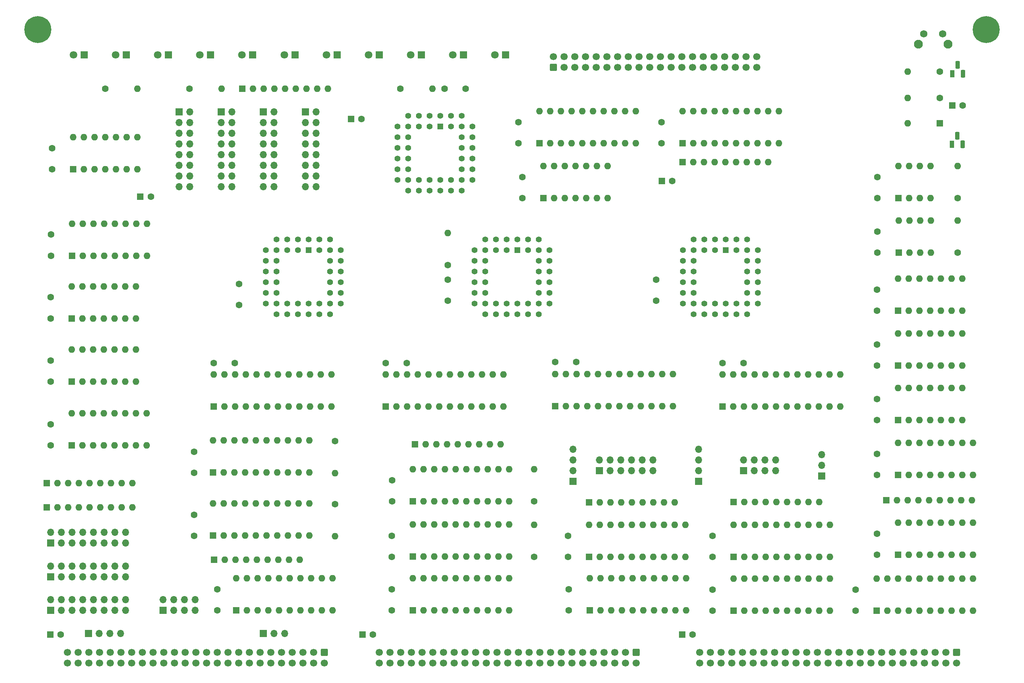
<source format=gbr>
%TF.GenerationSoftware,KiCad,Pcbnew,(6.0.11)*%
%TF.CreationDate,2023-10-28T13:41:20-04:00*%
%TF.ProjectId,processor.Z80,70726f63-6573-4736-9f72-2e5a38302e6b,rev?*%
%TF.SameCoordinates,Original*%
%TF.FileFunction,Soldermask,Top*%
%TF.FilePolarity,Negative*%
%FSLAX46Y46*%
G04 Gerber Fmt 4.6, Leading zero omitted, Abs format (unit mm)*
G04 Created by KiCad (PCBNEW (6.0.11)) date 2023-10-28 13:41:20*
%MOMM*%
%LPD*%
G01*
G04 APERTURE LIST*
G04 Aperture macros list*
%AMRoundRect*
0 Rectangle with rounded corners*
0 $1 Rounding radius*
0 $2 $3 $4 $5 $6 $7 $8 $9 X,Y pos of 4 corners*
0 Add a 4 corners polygon primitive as box body*
4,1,4,$2,$3,$4,$5,$6,$7,$8,$9,$2,$3,0*
0 Add four circle primitives for the rounded corners*
1,1,$1+$1,$2,$3*
1,1,$1+$1,$4,$5*
1,1,$1+$1,$6,$7*
1,1,$1+$1,$8,$9*
0 Add four rect primitives between the rounded corners*
20,1,$1+$1,$2,$3,$4,$5,0*
20,1,$1+$1,$4,$5,$6,$7,0*
20,1,$1+$1,$6,$7,$8,$9,0*
20,1,$1+$1,$8,$9,$2,$3,0*%
G04 Aperture macros list end*
%ADD10RoundRect,0.250000X-0.600000X0.600000X-0.600000X-0.600000X0.600000X-0.600000X0.600000X0.600000X0*%
%ADD11C,1.700000*%
%ADD12C,1.600000*%
%ADD13R,1.600000X1.600000*%
%ADD14R,1.800000X1.800000*%
%ADD15C,1.800000*%
%ADD16O,1.600000X1.600000*%
%ADD17C,6.400000*%
%ADD18R,1.700000X1.700000*%
%ADD19O,1.700000X1.700000*%
%ADD20R,1.422400X1.422400*%
%ADD21C,1.422400*%
%ADD22RoundRect,0.250000X0.600000X-0.600000X0.600000X0.600000X-0.600000X0.600000X-0.600000X-0.600000X0*%
%ADD23C,2.100000*%
%ADD24C,1.750000*%
%ADD25R,1.100000X1.800000*%
%ADD26RoundRect,0.275000X-0.275000X-0.625000X0.275000X-0.625000X0.275000X0.625000X-0.275000X0.625000X0*%
G04 APERTURE END LIST*
D10*
%TO.C,P1*%
X108000000Y-223000000D03*
D11*
X108000000Y-225540000D03*
X105460000Y-223000000D03*
X105460000Y-225540000D03*
X102920000Y-223000000D03*
X102920000Y-225540000D03*
X100380000Y-223000000D03*
X100380000Y-225540000D03*
X97840000Y-223000000D03*
X97840000Y-225540000D03*
X95300000Y-223000000D03*
X95300000Y-225540000D03*
X92760000Y-223000000D03*
X92760000Y-225540000D03*
X90220000Y-223000000D03*
X90220000Y-225540000D03*
X87680000Y-223000000D03*
X87680000Y-225540000D03*
X85140000Y-223000000D03*
X85140000Y-225540000D03*
X82600000Y-223000000D03*
X82600000Y-225540000D03*
X80060000Y-223000000D03*
X80060000Y-225540000D03*
X77520000Y-223000000D03*
X77520000Y-225540000D03*
X74980000Y-223000000D03*
X74980000Y-225540000D03*
X72440000Y-223000000D03*
X72440000Y-225540000D03*
X69900000Y-223000000D03*
X69900000Y-225540000D03*
X67360000Y-223000000D03*
X67360000Y-225540000D03*
X64820000Y-223000000D03*
X64820000Y-225540000D03*
X62280000Y-223000000D03*
X62280000Y-225540000D03*
X59740000Y-223000000D03*
X59740000Y-225540000D03*
X57200000Y-223000000D03*
X57200000Y-225540000D03*
X54660000Y-223000000D03*
X54660000Y-225540000D03*
X52120000Y-223000000D03*
X52120000Y-225540000D03*
X49580000Y-223000000D03*
X49580000Y-225540000D03*
X47040000Y-223000000D03*
X47040000Y-225540000D03*
%TD*%
D12*
%TO.C,C2*%
X124000000Y-208000000D03*
X124000000Y-213000000D03*
%TD*%
%TO.C,C3*%
X239125000Y-149800000D03*
X239125000Y-154800000D03*
%TD*%
%TO.C,C4*%
X162750000Y-154000000D03*
X167750000Y-154000000D03*
%TD*%
%TO.C,C5*%
X77075000Y-190300000D03*
X77075000Y-195300000D03*
%TD*%
%TO.C,C6*%
X42995000Y-138600000D03*
X42995000Y-143600000D03*
%TD*%
%TO.C,C8*%
X166000000Y-208000000D03*
X166000000Y-213000000D03*
%TD*%
%TO.C,C9*%
X200075000Y-195250000D03*
X200075000Y-200250000D03*
%TD*%
%TO.C,C10*%
X42995000Y-153600000D03*
X42995000Y-158600000D03*
%TD*%
%TO.C,C11*%
X43370000Y-103150000D03*
X43370000Y-108150000D03*
%TD*%
%TO.C,C14*%
X239250000Y-123000000D03*
X239250000Y-128000000D03*
%TD*%
%TO.C,C15*%
X137250000Y-134400000D03*
X137250000Y-139400000D03*
%TD*%
D13*
%TO.C,C25*%
X42929600Y-218750000D03*
D12*
X45429600Y-218750000D03*
%TD*%
D13*
%TO.C,C26*%
X64289900Y-114650000D03*
D12*
X66789900Y-114650000D03*
%TD*%
%TO.C,C17*%
X87750000Y-135390000D03*
X87750000Y-140390000D03*
%TD*%
%TO.C,C20*%
X124000000Y-195300000D03*
X124000000Y-200300000D03*
%TD*%
%TO.C,C21*%
X77075000Y-175300000D03*
X77075000Y-180300000D03*
%TD*%
%TO.C,C22*%
X165825000Y-195300000D03*
X165825000Y-200300000D03*
%TD*%
%TO.C,C23*%
X122500000Y-154250000D03*
X127500000Y-154250000D03*
%TD*%
D13*
%TO.C,C27*%
X117000000Y-218750000D03*
D12*
X119500000Y-218750000D03*
%TD*%
D13*
%TO.C,C28*%
X192884700Y-218750000D03*
D12*
X195384700Y-218750000D03*
%TD*%
D13*
%TO.C,C29*%
X188044900Y-111000000D03*
D12*
X190544900Y-111000000D03*
%TD*%
D14*
%TO.C,D4*%
X81000000Y-81000000D03*
D15*
X78460000Y-81000000D03*
%TD*%
D14*
%TO.C,D5*%
X61000000Y-81000000D03*
D15*
X58460000Y-81000000D03*
%TD*%
D14*
%TO.C,D6*%
X71000000Y-81000000D03*
D15*
X68460000Y-81000000D03*
%TD*%
D14*
%TO.C,D1*%
X91000000Y-81000000D03*
D15*
X88460000Y-81000000D03*
%TD*%
D14*
%TO.C,D2*%
X101000000Y-81000000D03*
D15*
X98460000Y-81000000D03*
%TD*%
D12*
%TO.C,R5*%
X76000000Y-89000000D03*
D16*
X83620000Y-89000000D03*
%TD*%
D12*
%TO.C,R6*%
X56000000Y-89000000D03*
D16*
X63620000Y-89000000D03*
%TD*%
D13*
%TO.C,RN2*%
X42070000Y-188500000D03*
D16*
X44610000Y-188500000D03*
X47150000Y-188500000D03*
X49690000Y-188500000D03*
X52230000Y-188500000D03*
X54770000Y-188500000D03*
X57310000Y-188500000D03*
X59850000Y-188500000D03*
X62390000Y-188500000D03*
%TD*%
D13*
%TO.C,U4*%
X47995000Y-143600000D03*
D16*
X50535000Y-143600000D03*
X53075000Y-143600000D03*
X55615000Y-143600000D03*
X58155000Y-143600000D03*
X60695000Y-143600000D03*
X63235000Y-143600000D03*
X63235000Y-135980000D03*
X60695000Y-135980000D03*
X58155000Y-135980000D03*
X55615000Y-135980000D03*
X53075000Y-135980000D03*
X50535000Y-135980000D03*
X47995000Y-135980000D03*
%TD*%
D13*
%TO.C,U5*%
X128975000Y-200200000D03*
D16*
X131515000Y-200200000D03*
X134055000Y-200200000D03*
X136595000Y-200200000D03*
X139135000Y-200200000D03*
X141675000Y-200200000D03*
X144215000Y-200200000D03*
X146755000Y-200200000D03*
X149295000Y-200200000D03*
X151835000Y-200200000D03*
X151835000Y-192580000D03*
X149295000Y-192580000D03*
X146755000Y-192580000D03*
X144215000Y-192580000D03*
X141675000Y-192580000D03*
X139135000Y-192580000D03*
X136595000Y-192580000D03*
X134055000Y-192580000D03*
X131515000Y-192580000D03*
X128975000Y-192580000D03*
%TD*%
D13*
%TO.C,U6*%
X81575000Y-195200000D03*
D16*
X84115000Y-195200000D03*
X86655000Y-195200000D03*
X89195000Y-195200000D03*
X91735000Y-195200000D03*
X94275000Y-195200000D03*
X96815000Y-195200000D03*
X99355000Y-195200000D03*
X101895000Y-195200000D03*
X104435000Y-195200000D03*
X104435000Y-187580000D03*
X101895000Y-187580000D03*
X99355000Y-187580000D03*
X96815000Y-187580000D03*
X94275000Y-187580000D03*
X91735000Y-187580000D03*
X89195000Y-187580000D03*
X86655000Y-187580000D03*
X84115000Y-187580000D03*
X81575000Y-187580000D03*
%TD*%
D13*
%TO.C,U8*%
X171000000Y-213000000D03*
D16*
X173540000Y-213000000D03*
X176080000Y-213000000D03*
X178620000Y-213000000D03*
X181160000Y-213000000D03*
X183700000Y-213000000D03*
X186240000Y-213000000D03*
X188780000Y-213000000D03*
X191320000Y-213000000D03*
X193860000Y-213000000D03*
X193860000Y-205380000D03*
X191320000Y-205380000D03*
X188780000Y-205380000D03*
X186240000Y-205380000D03*
X183700000Y-205380000D03*
X181160000Y-205380000D03*
X178620000Y-205380000D03*
X176080000Y-205380000D03*
X173540000Y-205380000D03*
X171000000Y-205380000D03*
%TD*%
D13*
%TO.C,U15*%
X47995000Y-173800000D03*
D16*
X50535000Y-173800000D03*
X53075000Y-173800000D03*
X55615000Y-173800000D03*
X58155000Y-173800000D03*
X60695000Y-173800000D03*
X63235000Y-173800000D03*
X65775000Y-173800000D03*
X65775000Y-166180000D03*
X63235000Y-166180000D03*
X60695000Y-166180000D03*
X58155000Y-166180000D03*
X55615000Y-166180000D03*
X53075000Y-166180000D03*
X50535000Y-166180000D03*
X47995000Y-166180000D03*
%TD*%
D13*
%TO.C,U1*%
X128975000Y-187050000D03*
D16*
X131515000Y-187050000D03*
X134055000Y-187050000D03*
X136595000Y-187050000D03*
X139135000Y-187050000D03*
X141675000Y-187050000D03*
X144215000Y-187050000D03*
X146755000Y-187050000D03*
X149295000Y-187050000D03*
X151835000Y-187050000D03*
X151835000Y-179430000D03*
X149295000Y-179430000D03*
X146755000Y-179430000D03*
X144215000Y-179430000D03*
X141675000Y-179430000D03*
X139135000Y-179430000D03*
X136595000Y-179430000D03*
X134055000Y-179430000D03*
X131515000Y-179430000D03*
X128975000Y-179430000D03*
%TD*%
D10*
%TO.C,P2*%
X182000000Y-223000000D03*
D11*
X182000000Y-225540000D03*
X179460000Y-223000000D03*
X179460000Y-225540000D03*
X176920000Y-223000000D03*
X176920000Y-225540000D03*
X174380000Y-223000000D03*
X174380000Y-225540000D03*
X171840000Y-223000000D03*
X171840000Y-225540000D03*
X169300000Y-223000000D03*
X169300000Y-225540000D03*
X166760000Y-223000000D03*
X166760000Y-225540000D03*
X164220000Y-223000000D03*
X164220000Y-225540000D03*
X161680000Y-223000000D03*
X161680000Y-225540000D03*
X159140000Y-223000000D03*
X159140000Y-225540000D03*
X156600000Y-223000000D03*
X156600000Y-225540000D03*
X154060000Y-223000000D03*
X154060000Y-225540000D03*
X151520000Y-223000000D03*
X151520000Y-225540000D03*
X148980000Y-223000000D03*
X148980000Y-225540000D03*
X146440000Y-223000000D03*
X146440000Y-225540000D03*
X143900000Y-223000000D03*
X143900000Y-225540000D03*
X141360000Y-223000000D03*
X141360000Y-225540000D03*
X138820000Y-223000000D03*
X138820000Y-225540000D03*
X136280000Y-223000000D03*
X136280000Y-225540000D03*
X133740000Y-223000000D03*
X133740000Y-225540000D03*
X131200000Y-223000000D03*
X131200000Y-225540000D03*
X128660000Y-223000000D03*
X128660000Y-225540000D03*
X126120000Y-223000000D03*
X126120000Y-225540000D03*
X123580000Y-223000000D03*
X123580000Y-225540000D03*
X121040000Y-223000000D03*
X121040000Y-225540000D03*
%TD*%
D17*
%TO.C,H2*%
X265000000Y-75000000D03*
%TD*%
D13*
%TO.C,RN1*%
X81800000Y-201000000D03*
D16*
X84340000Y-201000000D03*
X86880000Y-201000000D03*
X89420000Y-201000000D03*
X91960000Y-201000000D03*
X94500000Y-201000000D03*
X97040000Y-201000000D03*
X99580000Y-201000000D03*
X102120000Y-201000000D03*
%TD*%
D13*
%TO.C,U11*%
X87075000Y-213025000D03*
D16*
X89615000Y-213025000D03*
X92155000Y-213025000D03*
X94695000Y-213025000D03*
X97235000Y-213025000D03*
X99775000Y-213025000D03*
X102315000Y-213025000D03*
X104855000Y-213025000D03*
X107395000Y-213025000D03*
X109935000Y-213025000D03*
X109935000Y-205405000D03*
X107395000Y-205405000D03*
X104855000Y-205405000D03*
X102315000Y-205405000D03*
X99775000Y-205405000D03*
X97235000Y-205405000D03*
X94695000Y-205405000D03*
X92155000Y-205405000D03*
X89615000Y-205405000D03*
X87075000Y-205405000D03*
%TD*%
D13*
%TO.C,U16*%
X205075000Y-213050000D03*
D16*
X207615000Y-213050000D03*
X210155000Y-213050000D03*
X212695000Y-213050000D03*
X215235000Y-213050000D03*
X217775000Y-213050000D03*
X220315000Y-213050000D03*
X222855000Y-213050000D03*
X225395000Y-213050000D03*
X227935000Y-213050000D03*
X227935000Y-205430000D03*
X225395000Y-205430000D03*
X222855000Y-205430000D03*
X220315000Y-205430000D03*
X217775000Y-205430000D03*
X215235000Y-205430000D03*
X212695000Y-205430000D03*
X210155000Y-205430000D03*
X207615000Y-205430000D03*
X205075000Y-205430000D03*
%TD*%
D18*
%TO.C,J3*%
X83500000Y-94500000D03*
D19*
X86040000Y-94500000D03*
X83500000Y-97040000D03*
X86040000Y-97040000D03*
X83500000Y-99580000D03*
X86040000Y-99580000D03*
X83500000Y-102120000D03*
X86040000Y-102120000D03*
X83500000Y-104660000D03*
X86040000Y-104660000D03*
X83500000Y-107200000D03*
X86040000Y-107200000D03*
X83500000Y-109740000D03*
X86040000Y-109740000D03*
X83500000Y-112280000D03*
X86040000Y-112280000D03*
%TD*%
D18*
%TO.C,J1*%
X103500000Y-94500000D03*
D19*
X106040000Y-94500000D03*
X103500000Y-97040000D03*
X106040000Y-97040000D03*
X103500000Y-99580000D03*
X106040000Y-99580000D03*
X103500000Y-102120000D03*
X106040000Y-102120000D03*
X103500000Y-104660000D03*
X106040000Y-104660000D03*
X103500000Y-107200000D03*
X106040000Y-107200000D03*
X103500000Y-109740000D03*
X106040000Y-109740000D03*
X103500000Y-112280000D03*
X106040000Y-112280000D03*
%TD*%
D12*
%TO.C,C19*%
X42995000Y-168800000D03*
X42995000Y-173800000D03*
%TD*%
%TO.C,C18*%
X43120000Y-123700000D03*
X43120000Y-128700000D03*
%TD*%
%TO.C,C12*%
X81750000Y-154250000D03*
X86750000Y-154250000D03*
%TD*%
%TO.C,C16*%
X82575000Y-208025000D03*
X82575000Y-213025000D03*
%TD*%
D13*
%TO.C,U3*%
X47995000Y-158600000D03*
D16*
X50535000Y-158600000D03*
X53075000Y-158600000D03*
X55615000Y-158600000D03*
X58155000Y-158600000D03*
X60695000Y-158600000D03*
X63235000Y-158600000D03*
X63235000Y-150980000D03*
X60695000Y-150980000D03*
X58155000Y-150980000D03*
X55615000Y-150980000D03*
X53075000Y-150980000D03*
X50535000Y-150980000D03*
X47995000Y-150980000D03*
%TD*%
D17*
%TO.C,H1*%
X40000000Y-75000000D03*
%TD*%
D14*
%TO.C,D7*%
X51000000Y-81000000D03*
D15*
X48460000Y-81000000D03*
%TD*%
D10*
%TO.C,P3*%
X258000000Y-223000000D03*
D11*
X258000000Y-225540000D03*
X255460000Y-223000000D03*
X255460000Y-225540000D03*
X252920000Y-223000000D03*
X252920000Y-225540000D03*
X250380000Y-223000000D03*
X250380000Y-225540000D03*
X247840000Y-223000000D03*
X247840000Y-225540000D03*
X245300000Y-223000000D03*
X245300000Y-225540000D03*
X242760000Y-223000000D03*
X242760000Y-225540000D03*
X240220000Y-223000000D03*
X240220000Y-225540000D03*
X237680000Y-223000000D03*
X237680000Y-225540000D03*
X235140000Y-223000000D03*
X235140000Y-225540000D03*
X232600000Y-223000000D03*
X232600000Y-225540000D03*
X230060000Y-223000000D03*
X230060000Y-225540000D03*
X227520000Y-223000000D03*
X227520000Y-225540000D03*
X224980000Y-223000000D03*
X224980000Y-225540000D03*
X222440000Y-223000000D03*
X222440000Y-225540000D03*
X219900000Y-223000000D03*
X219900000Y-225540000D03*
X217360000Y-223000000D03*
X217360000Y-225540000D03*
X214820000Y-223000000D03*
X214820000Y-225540000D03*
X212280000Y-223000000D03*
X212280000Y-225540000D03*
X209740000Y-223000000D03*
X209740000Y-225540000D03*
X207200000Y-223000000D03*
X207200000Y-225540000D03*
X204660000Y-223000000D03*
X204660000Y-225540000D03*
X202120000Y-223000000D03*
X202120000Y-225540000D03*
X199580000Y-223000000D03*
X199580000Y-225540000D03*
X197040000Y-223000000D03*
X197040000Y-225540000D03*
%TD*%
D13*
%TO.C,U13*%
X48370000Y-108150000D03*
D16*
X50910000Y-108150000D03*
X53450000Y-108150000D03*
X55990000Y-108150000D03*
X58530000Y-108150000D03*
X61070000Y-108150000D03*
X63610000Y-108150000D03*
X63610000Y-100530000D03*
X61070000Y-100530000D03*
X58530000Y-100530000D03*
X55990000Y-100530000D03*
X53450000Y-100530000D03*
X50910000Y-100530000D03*
X48370000Y-100530000D03*
%TD*%
D12*
%TO.C,C36*%
X188000000Y-97000000D03*
X188000000Y-102000000D03*
%TD*%
%TO.C,C38*%
X124075000Y-182050000D03*
X124075000Y-187050000D03*
%TD*%
D13*
%TO.C,C46*%
X114294900Y-96250000D03*
D12*
X116794900Y-96250000D03*
%TD*%
D14*
%TO.C,D8*%
X121000000Y-81000000D03*
D15*
X118460000Y-81000000D03*
%TD*%
D14*
%TO.C,D10*%
X131000000Y-81000000D03*
D15*
X128460000Y-81000000D03*
%TD*%
D18*
%TO.C,JP4*%
X173250000Y-179800000D03*
D19*
X173250000Y-177260000D03*
X175790000Y-179800000D03*
X175790000Y-177260000D03*
X178330000Y-179800000D03*
X178330000Y-177260000D03*
X180870000Y-179800000D03*
X180870000Y-177260000D03*
X183410000Y-179800000D03*
X183410000Y-177260000D03*
X185950000Y-179800000D03*
X185950000Y-177260000D03*
%TD*%
D12*
%TO.C,R21*%
X126000000Y-89000000D03*
D16*
X133620000Y-89000000D03*
%TD*%
D13*
%TO.C,RN3*%
X170825000Y-187300000D03*
D16*
X173365000Y-187300000D03*
X175905000Y-187300000D03*
X178445000Y-187300000D03*
X180985000Y-187300000D03*
X183525000Y-187300000D03*
X186065000Y-187300000D03*
X188605000Y-187300000D03*
X191145000Y-187300000D03*
%TD*%
D13*
%TO.C,U17*%
X244125000Y-167800000D03*
D16*
X246665000Y-167800000D03*
X249205000Y-167800000D03*
X251745000Y-167800000D03*
X254285000Y-167800000D03*
X256825000Y-167800000D03*
X259365000Y-167800000D03*
X259365000Y-160180000D03*
X256825000Y-160180000D03*
X254285000Y-160180000D03*
X251745000Y-160180000D03*
X249205000Y-160180000D03*
X246665000Y-160180000D03*
X244125000Y-160180000D03*
%TD*%
D20*
%TO.C,U19*%
X153750000Y-127400000D03*
D21*
X151210000Y-124860000D03*
X151210000Y-127400000D03*
X148670000Y-124860000D03*
X148670000Y-127400000D03*
X146130000Y-124860000D03*
X143590000Y-127400000D03*
X146130000Y-127400000D03*
X143590000Y-129940000D03*
X146130000Y-129940000D03*
X143590000Y-132480000D03*
X146130000Y-132480000D03*
X143590000Y-135020000D03*
X146130000Y-135020000D03*
X143590000Y-137560000D03*
X146130000Y-137560000D03*
X143590000Y-140100000D03*
X146130000Y-142640000D03*
X146130000Y-140100000D03*
X148670000Y-142640000D03*
X148670000Y-140100000D03*
X151210000Y-142640000D03*
X151210000Y-140100000D03*
X153750000Y-142640000D03*
X153750000Y-140100000D03*
X156290000Y-142640000D03*
X156290000Y-140100000D03*
X158830000Y-142640000D03*
X161370000Y-140100000D03*
X158830000Y-140100000D03*
X161370000Y-137560000D03*
X158830000Y-137560000D03*
X161370000Y-135020000D03*
X158830000Y-135020000D03*
X161370000Y-132480000D03*
X158830000Y-132480000D03*
X161370000Y-129940000D03*
X158830000Y-129940000D03*
X161370000Y-127400000D03*
X158830000Y-124860000D03*
X158830000Y-127400000D03*
X156290000Y-124860000D03*
X156290000Y-127400000D03*
X153750000Y-124860000D03*
%TD*%
D13*
%TO.C,U21*%
X170825000Y-200300000D03*
D16*
X173365000Y-200300000D03*
X175905000Y-200300000D03*
X178445000Y-200300000D03*
X180985000Y-200300000D03*
X183525000Y-200300000D03*
X186065000Y-200300000D03*
X188605000Y-200300000D03*
X191145000Y-200300000D03*
X193685000Y-200300000D03*
X193685000Y-192680000D03*
X191145000Y-192680000D03*
X188605000Y-192680000D03*
X186065000Y-192680000D03*
X183525000Y-192680000D03*
X180985000Y-192680000D03*
X178445000Y-192680000D03*
X175905000Y-192680000D03*
X173365000Y-192680000D03*
X170825000Y-192680000D03*
%TD*%
D20*
%TO.C,U7*%
X104250000Y-127390000D03*
D21*
X101710000Y-124850000D03*
X101710000Y-127390000D03*
X99170000Y-124850000D03*
X99170000Y-127390000D03*
X96630000Y-124850000D03*
X94090000Y-127390000D03*
X96630000Y-127390000D03*
X94090000Y-129930000D03*
X96630000Y-129930000D03*
X94090000Y-132470000D03*
X96630000Y-132470000D03*
X94090000Y-135010000D03*
X96630000Y-135010000D03*
X94090000Y-137550000D03*
X96630000Y-137550000D03*
X94090000Y-140090000D03*
X96630000Y-142630000D03*
X96630000Y-140090000D03*
X99170000Y-142630000D03*
X99170000Y-140090000D03*
X101710000Y-142630000D03*
X101710000Y-140090000D03*
X104250000Y-142630000D03*
X104250000Y-140090000D03*
X106790000Y-142630000D03*
X106790000Y-140090000D03*
X109330000Y-142630000D03*
X111870000Y-140090000D03*
X109330000Y-140090000D03*
X111870000Y-137550000D03*
X109330000Y-137550000D03*
X111870000Y-135010000D03*
X109330000Y-135010000D03*
X111870000Y-132470000D03*
X109330000Y-132470000D03*
X111870000Y-129930000D03*
X109330000Y-129930000D03*
X111870000Y-127390000D03*
X109330000Y-124850000D03*
X109330000Y-127390000D03*
X106790000Y-124850000D03*
X106790000Y-127390000D03*
X104250000Y-124850000D03*
%TD*%
D18*
%TO.C,J4*%
X73500000Y-94500000D03*
D19*
X76040000Y-94500000D03*
X73500000Y-97040000D03*
X76040000Y-97040000D03*
X73500000Y-99580000D03*
X76040000Y-99580000D03*
X73500000Y-102120000D03*
X76040000Y-102120000D03*
X73500000Y-104660000D03*
X76040000Y-104660000D03*
X73500000Y-107200000D03*
X76040000Y-107200000D03*
X73500000Y-109740000D03*
X76040000Y-109740000D03*
X73500000Y-112280000D03*
X76040000Y-112280000D03*
%TD*%
D18*
%TO.C,J2*%
X93500000Y-94500000D03*
D19*
X96040000Y-94500000D03*
X93500000Y-97040000D03*
X96040000Y-97040000D03*
X93500000Y-99580000D03*
X96040000Y-99580000D03*
X93500000Y-102120000D03*
X96040000Y-102120000D03*
X93500000Y-104660000D03*
X96040000Y-104660000D03*
X93500000Y-107200000D03*
X96040000Y-107200000D03*
X93500000Y-109740000D03*
X96040000Y-109740000D03*
X93500000Y-112280000D03*
X96040000Y-112280000D03*
%TD*%
D13*
%TO.C,C1*%
X256984900Y-93000000D03*
D12*
X259484900Y-93000000D03*
%TD*%
D14*
%TO.C,D9*%
X141000000Y-81000000D03*
D15*
X138460000Y-81000000D03*
%TD*%
D14*
%TO.C,D11*%
X111000000Y-81000000D03*
D15*
X108460000Y-81000000D03*
%TD*%
D14*
%TO.C,D12*%
X151000000Y-81000000D03*
D15*
X148460000Y-81000000D03*
%TD*%
D13*
%TO.C,U24*%
X244125000Y-154800000D03*
D16*
X246665000Y-154800000D03*
X249205000Y-154800000D03*
X251745000Y-154800000D03*
X254285000Y-154800000D03*
X256825000Y-154800000D03*
X259365000Y-154800000D03*
X259365000Y-147180000D03*
X256825000Y-147180000D03*
X254285000Y-147180000D03*
X251745000Y-147180000D03*
X249205000Y-147180000D03*
X246665000Y-147180000D03*
X244125000Y-147180000D03*
%TD*%
D18*
%TO.C,JP7*%
X69700000Y-213025000D03*
D19*
X69700000Y-210485000D03*
X72240000Y-213025000D03*
X72240000Y-210485000D03*
X74780000Y-213025000D03*
X74780000Y-210485000D03*
X77320000Y-213025000D03*
X77320000Y-210485000D03*
%TD*%
D13*
%TO.C,RN4*%
X42075000Y-182750000D03*
D16*
X44615000Y-182750000D03*
X47155000Y-182750000D03*
X49695000Y-182750000D03*
X52235000Y-182750000D03*
X54775000Y-182750000D03*
X57315000Y-182750000D03*
X59855000Y-182750000D03*
X62395000Y-182750000D03*
%TD*%
D22*
%TO.C,J11*%
X162370000Y-83947500D03*
D11*
X162370000Y-81407500D03*
X164910000Y-83947500D03*
X164910000Y-81407500D03*
X167450000Y-83947500D03*
X167450000Y-81407500D03*
X169990000Y-83947500D03*
X169990000Y-81407500D03*
X172530000Y-83947500D03*
X172530000Y-81407500D03*
X175070000Y-83947500D03*
X175070000Y-81407500D03*
X177610000Y-83947500D03*
X177610000Y-81407500D03*
X180150000Y-83947500D03*
X180150000Y-81407500D03*
X182690000Y-83947500D03*
X182690000Y-81407500D03*
X185230000Y-83947500D03*
X185230000Y-81407500D03*
X187770000Y-83947500D03*
X187770000Y-81407500D03*
X190310000Y-83947500D03*
X190310000Y-81407500D03*
X192850000Y-83947500D03*
X192850000Y-81407500D03*
X195390000Y-83947500D03*
X195390000Y-81407500D03*
X197930000Y-83947500D03*
X197930000Y-81407500D03*
X200470000Y-83947500D03*
X200470000Y-81407500D03*
X203010000Y-83947500D03*
X203010000Y-81407500D03*
X205550000Y-83947500D03*
X205550000Y-81407500D03*
X208090000Y-83947500D03*
X208090000Y-81407500D03*
X210630000Y-83947500D03*
X210630000Y-81407500D03*
%TD*%
D12*
%TO.C,R10*%
X137250000Y-130900000D03*
D16*
X137250000Y-123280000D03*
%TD*%
D13*
%TO.C,RN5*%
X193000000Y-106500000D03*
D16*
X195540000Y-106500000D03*
X198080000Y-106500000D03*
X200620000Y-106500000D03*
X203160000Y-106500000D03*
X205700000Y-106500000D03*
X208240000Y-106500000D03*
X210780000Y-106500000D03*
X213320000Y-106500000D03*
%TD*%
D13*
%TO.C,U31*%
X193000000Y-102000000D03*
D16*
X195540000Y-102000000D03*
X198080000Y-102000000D03*
X200620000Y-102000000D03*
X203160000Y-102000000D03*
X205700000Y-102000000D03*
X208240000Y-102000000D03*
X210780000Y-102000000D03*
X213320000Y-102000000D03*
X215860000Y-102000000D03*
X215860000Y-94380000D03*
X213320000Y-94380000D03*
X210780000Y-94380000D03*
X208240000Y-94380000D03*
X205700000Y-94380000D03*
X203160000Y-94380000D03*
X200620000Y-94380000D03*
X198080000Y-94380000D03*
X195540000Y-94380000D03*
X193000000Y-94380000D03*
%TD*%
D18*
%TO.C,JP8*%
X167000000Y-182300000D03*
D19*
X167000000Y-179760000D03*
X167000000Y-177220000D03*
X167000000Y-174680000D03*
%TD*%
D13*
%TO.C,RN6*%
X129500000Y-173500000D03*
D16*
X132040000Y-173500000D03*
X134580000Y-173500000D03*
X137120000Y-173500000D03*
X139660000Y-173500000D03*
X142200000Y-173500000D03*
X144740000Y-173500000D03*
X147280000Y-173500000D03*
X149820000Y-173500000D03*
%TD*%
D13*
%TO.C,U34*%
X162725000Y-164500000D03*
D16*
X165265000Y-164500000D03*
X167805000Y-164500000D03*
X170345000Y-164500000D03*
X172885000Y-164500000D03*
X175425000Y-164500000D03*
X177965000Y-164500000D03*
X180505000Y-164500000D03*
X183045000Y-164500000D03*
X185585000Y-164500000D03*
X188125000Y-164500000D03*
X190665000Y-164500000D03*
X190665000Y-156880000D03*
X188125000Y-156880000D03*
X185585000Y-156880000D03*
X183045000Y-156880000D03*
X180505000Y-156880000D03*
X177965000Y-156880000D03*
X175425000Y-156880000D03*
X172885000Y-156880000D03*
X170345000Y-156880000D03*
X167805000Y-156880000D03*
X165265000Y-156880000D03*
X162725000Y-156880000D03*
%TD*%
D13*
%TO.C,U35*%
X81575000Y-180200000D03*
D16*
X84115000Y-180200000D03*
X86655000Y-180200000D03*
X89195000Y-180200000D03*
X91735000Y-180200000D03*
X94275000Y-180200000D03*
X96815000Y-180200000D03*
X99355000Y-180200000D03*
X101895000Y-180200000D03*
X104435000Y-180200000D03*
X104435000Y-172580000D03*
X101895000Y-172580000D03*
X99355000Y-172580000D03*
X96815000Y-172580000D03*
X94275000Y-172580000D03*
X91735000Y-172580000D03*
X89195000Y-172580000D03*
X86655000Y-172580000D03*
X84115000Y-172580000D03*
X81575000Y-172580000D03*
%TD*%
D13*
%TO.C,U36*%
X122500000Y-164550000D03*
D16*
X125040000Y-164550000D03*
X127580000Y-164550000D03*
X130120000Y-164550000D03*
X132660000Y-164550000D03*
X135200000Y-164550000D03*
X137740000Y-164550000D03*
X140280000Y-164550000D03*
X142820000Y-164550000D03*
X145360000Y-164550000D03*
X147900000Y-164550000D03*
X150440000Y-164550000D03*
X150440000Y-156930000D03*
X147900000Y-156930000D03*
X145360000Y-156930000D03*
X142820000Y-156930000D03*
X140280000Y-156930000D03*
X137740000Y-156930000D03*
X135200000Y-156930000D03*
X132660000Y-156930000D03*
X130120000Y-156930000D03*
X127580000Y-156930000D03*
X125040000Y-156930000D03*
X122500000Y-156930000D03*
%TD*%
D13*
%TO.C,U33*%
X159000000Y-102000000D03*
D16*
X161540000Y-102000000D03*
X164080000Y-102000000D03*
X166620000Y-102000000D03*
X169160000Y-102000000D03*
X171700000Y-102000000D03*
X174240000Y-102000000D03*
X176780000Y-102000000D03*
X179320000Y-102000000D03*
X181860000Y-102000000D03*
X181860000Y-94380000D03*
X179320000Y-94380000D03*
X176780000Y-94380000D03*
X174240000Y-94380000D03*
X171700000Y-94380000D03*
X169160000Y-94380000D03*
X166620000Y-94380000D03*
X164080000Y-94380000D03*
X161540000Y-94380000D03*
X159000000Y-94380000D03*
%TD*%
D13*
%TO.C,U37*%
X81750000Y-164550000D03*
D16*
X84290000Y-164550000D03*
X86830000Y-164550000D03*
X89370000Y-164550000D03*
X91910000Y-164550000D03*
X94450000Y-164550000D03*
X96990000Y-164550000D03*
X99530000Y-164550000D03*
X102070000Y-164550000D03*
X104610000Y-164550000D03*
X107150000Y-164550000D03*
X109690000Y-164550000D03*
X109690000Y-156930000D03*
X107150000Y-156930000D03*
X104610000Y-156930000D03*
X102070000Y-156930000D03*
X99530000Y-156930000D03*
X96990000Y-156930000D03*
X94450000Y-156930000D03*
X91910000Y-156930000D03*
X89370000Y-156930000D03*
X86830000Y-156930000D03*
X84290000Y-156930000D03*
X81750000Y-156930000D03*
%TD*%
D13*
%TO.C,U20*%
X48120000Y-128700000D03*
D16*
X50660000Y-128700000D03*
X53200000Y-128700000D03*
X55740000Y-128700000D03*
X58280000Y-128700000D03*
X60820000Y-128700000D03*
X63360000Y-128700000D03*
X65900000Y-128700000D03*
X65900000Y-121080000D03*
X63360000Y-121080000D03*
X60820000Y-121080000D03*
X58280000Y-121080000D03*
X55740000Y-121080000D03*
X53200000Y-121080000D03*
X50660000Y-121080000D03*
X48120000Y-121080000D03*
%TD*%
D18*
%TO.C,JP9*%
X226000000Y-181025000D03*
D19*
X226000000Y-178485000D03*
X226000000Y-175945000D03*
%TD*%
D12*
%TO.C,C37*%
X200075000Y-208050000D03*
X200075000Y-213050000D03*
%TD*%
D18*
%TO.C,JP10*%
X207500000Y-179775000D03*
D19*
X207500000Y-177235000D03*
X210040000Y-179775000D03*
X210040000Y-177235000D03*
X212580000Y-179775000D03*
X212580000Y-177235000D03*
X215120000Y-179775000D03*
X215120000Y-177235000D03*
%TD*%
D13*
%TO.C,RN7*%
X241340000Y-186800000D03*
D16*
X243880000Y-186800000D03*
X246420000Y-186800000D03*
X248960000Y-186800000D03*
X251500000Y-186800000D03*
X254040000Y-186800000D03*
X256580000Y-186800000D03*
X259120000Y-186800000D03*
X261660000Y-186800000D03*
%TD*%
D13*
%TO.C,RN8*%
X205075000Y-187250000D03*
D16*
X207615000Y-187250000D03*
X210155000Y-187250000D03*
X212695000Y-187250000D03*
X215235000Y-187250000D03*
X217775000Y-187250000D03*
X220315000Y-187250000D03*
X222855000Y-187250000D03*
X225395000Y-187250000D03*
%TD*%
D13*
%TO.C,U9*%
X244125000Y-199800000D03*
D16*
X246665000Y-199800000D03*
X249205000Y-199800000D03*
X251745000Y-199800000D03*
X254285000Y-199800000D03*
X256825000Y-199800000D03*
X259365000Y-199800000D03*
X261905000Y-199800000D03*
X261905000Y-192180000D03*
X259365000Y-192180000D03*
X256825000Y-192180000D03*
X254285000Y-192180000D03*
X251745000Y-192180000D03*
X249205000Y-192180000D03*
X246665000Y-192180000D03*
X244125000Y-192180000D03*
%TD*%
D13*
%TO.C,U10*%
X244125000Y-141800000D03*
D16*
X246665000Y-141800000D03*
X249205000Y-141800000D03*
X251745000Y-141800000D03*
X254285000Y-141800000D03*
X256825000Y-141800000D03*
X259365000Y-141800000D03*
X259365000Y-134180000D03*
X256825000Y-134180000D03*
X254285000Y-134180000D03*
X251745000Y-134180000D03*
X249205000Y-134180000D03*
X246665000Y-134180000D03*
X244125000Y-134180000D03*
%TD*%
D13*
%TO.C,U12*%
X205075000Y-200250000D03*
D16*
X207615000Y-200250000D03*
X210155000Y-200250000D03*
X212695000Y-200250000D03*
X215235000Y-200250000D03*
X217775000Y-200250000D03*
X220315000Y-200250000D03*
X222855000Y-200250000D03*
X225395000Y-200250000D03*
X227935000Y-200250000D03*
X227935000Y-192630000D03*
X225395000Y-192630000D03*
X222855000Y-192630000D03*
X220315000Y-192630000D03*
X217775000Y-192630000D03*
X215235000Y-192630000D03*
X212695000Y-192630000D03*
X210155000Y-192630000D03*
X207615000Y-192630000D03*
X205075000Y-192630000D03*
%TD*%
D13*
%TO.C,U22*%
X244125000Y-180800000D03*
D16*
X246665000Y-180800000D03*
X249205000Y-180800000D03*
X251745000Y-180800000D03*
X254285000Y-180800000D03*
X256825000Y-180800000D03*
X259365000Y-180800000D03*
X261905000Y-180800000D03*
X261905000Y-173180000D03*
X259365000Y-173180000D03*
X256825000Y-173180000D03*
X254285000Y-173180000D03*
X251745000Y-173180000D03*
X249205000Y-173180000D03*
X246665000Y-173180000D03*
X244125000Y-173180000D03*
%TD*%
D13*
%TO.C,U23*%
X128975000Y-213000000D03*
D16*
X131515000Y-213000000D03*
X134055000Y-213000000D03*
X136595000Y-213000000D03*
X139135000Y-213000000D03*
X141675000Y-213000000D03*
X144215000Y-213000000D03*
X146755000Y-213000000D03*
X149295000Y-213000000D03*
X151835000Y-213000000D03*
X151835000Y-205380000D03*
X149295000Y-205380000D03*
X146755000Y-205380000D03*
X144215000Y-205380000D03*
X141675000Y-205380000D03*
X139135000Y-205380000D03*
X136595000Y-205380000D03*
X134055000Y-205380000D03*
X131515000Y-205380000D03*
X128975000Y-205380000D03*
%TD*%
D13*
%TO.C,U32*%
X244250000Y-128000000D03*
D16*
X246790000Y-128000000D03*
X249330000Y-128000000D03*
X251870000Y-128000000D03*
X251870000Y-120380000D03*
X249330000Y-120380000D03*
X246790000Y-120380000D03*
X244250000Y-120380000D03*
%TD*%
D12*
%TO.C,C30*%
X239125000Y-175800000D03*
X239125000Y-180800000D03*
%TD*%
%TO.C,C31*%
X154000000Y-97000000D03*
X154000000Y-102000000D03*
%TD*%
%TO.C,C32*%
X239125000Y-194800000D03*
X239125000Y-199800000D03*
%TD*%
%TO.C,C33*%
X239125000Y-136800000D03*
X239125000Y-141800000D03*
%TD*%
%TO.C,C34*%
X239125000Y-162800000D03*
X239125000Y-167800000D03*
%TD*%
%TO.C,C35*%
X136500000Y-89000000D03*
X141500000Y-89000000D03*
%TD*%
D20*
%TO.C,U14*%
X135500000Y-98000000D03*
D21*
X132960000Y-95460000D03*
X132960000Y-98000000D03*
X130420000Y-95460000D03*
X130420000Y-98000000D03*
X127880000Y-95460000D03*
X125340000Y-98000000D03*
X127880000Y-98000000D03*
X125340000Y-100540000D03*
X127880000Y-100540000D03*
X125340000Y-103080000D03*
X127880000Y-103080000D03*
X125340000Y-105620000D03*
X127880000Y-105620000D03*
X125340000Y-108160000D03*
X127880000Y-108160000D03*
X125340000Y-110700000D03*
X127880000Y-113240000D03*
X127880000Y-110700000D03*
X130420000Y-113240000D03*
X130420000Y-110700000D03*
X132960000Y-113240000D03*
X132960000Y-110700000D03*
X135500000Y-113240000D03*
X135500000Y-110700000D03*
X138040000Y-113240000D03*
X138040000Y-110700000D03*
X140580000Y-113240000D03*
X143120000Y-110700000D03*
X140580000Y-110700000D03*
X143120000Y-108160000D03*
X140580000Y-108160000D03*
X143120000Y-105620000D03*
X140580000Y-105620000D03*
X143120000Y-103080000D03*
X140580000Y-103080000D03*
X143120000Y-100540000D03*
X140580000Y-100540000D03*
X143120000Y-98000000D03*
X140580000Y-95460000D03*
X140580000Y-98000000D03*
X138040000Y-95460000D03*
X138040000Y-98000000D03*
X135500000Y-95460000D03*
%TD*%
D13*
%TO.C,U2*%
X160000000Y-115000000D03*
D16*
X162540000Y-115000000D03*
X165080000Y-115000000D03*
X167620000Y-115000000D03*
X170160000Y-115000000D03*
X172700000Y-115000000D03*
X175240000Y-115000000D03*
X175240000Y-107380000D03*
X172700000Y-107380000D03*
X170160000Y-107380000D03*
X167620000Y-107380000D03*
X165080000Y-107380000D03*
X162540000Y-107380000D03*
X160000000Y-107380000D03*
%TD*%
D13*
%TO.C,U25*%
X202500000Y-164550000D03*
D16*
X205040000Y-164550000D03*
X207580000Y-164550000D03*
X210120000Y-164550000D03*
X212660000Y-164550000D03*
X215200000Y-164550000D03*
X217740000Y-164550000D03*
X220280000Y-164550000D03*
X222820000Y-164550000D03*
X225360000Y-164550000D03*
X227900000Y-164550000D03*
X230440000Y-164550000D03*
X230440000Y-156930000D03*
X227900000Y-156930000D03*
X225360000Y-156930000D03*
X222820000Y-156930000D03*
X220280000Y-156930000D03*
X217740000Y-156930000D03*
X215200000Y-156930000D03*
X212660000Y-156930000D03*
X210120000Y-156930000D03*
X207580000Y-156930000D03*
X205040000Y-156930000D03*
X202500000Y-156930000D03*
%TD*%
D13*
%TO.C,D3*%
X254000000Y-97250000D03*
D16*
X246380000Y-97250000D03*
%TD*%
D12*
%TO.C,R4*%
X254000000Y-85000000D03*
D16*
X246380000Y-85000000D03*
%TD*%
D23*
%TO.C,SW1*%
X255985000Y-78452500D03*
X248975000Y-78452500D03*
D24*
X250225000Y-75962500D03*
X254725000Y-75962500D03*
%TD*%
D12*
%TO.C,C39*%
X155000000Y-110000000D03*
X155000000Y-115000000D03*
%TD*%
D13*
%TO.C,RN9*%
X88500000Y-89000000D03*
D16*
X91040000Y-89000000D03*
X93580000Y-89000000D03*
X96120000Y-89000000D03*
X98660000Y-89000000D03*
X101200000Y-89000000D03*
X103740000Y-89000000D03*
X106280000Y-89000000D03*
X108820000Y-89000000D03*
%TD*%
D12*
%TO.C,R1*%
X258250000Y-128000000D03*
D16*
X258250000Y-120380000D03*
%TD*%
D20*
%TO.C,U18*%
X203250000Y-127400000D03*
D21*
X200710000Y-124860000D03*
X200710000Y-127400000D03*
X198170000Y-124860000D03*
X198170000Y-127400000D03*
X195630000Y-124860000D03*
X193090000Y-127400000D03*
X195630000Y-127400000D03*
X193090000Y-129940000D03*
X195630000Y-129940000D03*
X193090000Y-132480000D03*
X195630000Y-132480000D03*
X193090000Y-135020000D03*
X195630000Y-135020000D03*
X193090000Y-137560000D03*
X195630000Y-137560000D03*
X193090000Y-140100000D03*
X195630000Y-142640000D03*
X195630000Y-140100000D03*
X198170000Y-142640000D03*
X198170000Y-140100000D03*
X200710000Y-142640000D03*
X200710000Y-140100000D03*
X203250000Y-142640000D03*
X203250000Y-140100000D03*
X205790000Y-142640000D03*
X205790000Y-140100000D03*
X208330000Y-142640000D03*
X210870000Y-140100000D03*
X208330000Y-140100000D03*
X210870000Y-137560000D03*
X208330000Y-137560000D03*
X210870000Y-135020000D03*
X208330000Y-135020000D03*
X210870000Y-132480000D03*
X208330000Y-132480000D03*
X210870000Y-129940000D03*
X208330000Y-129940000D03*
X210870000Y-127400000D03*
X208330000Y-124860000D03*
X208330000Y-127400000D03*
X205790000Y-124860000D03*
X205790000Y-127400000D03*
X203250000Y-124860000D03*
%TD*%
D18*
%TO.C,JP6*%
X196750000Y-182300000D03*
D19*
X196750000Y-179760000D03*
X196750000Y-177220000D03*
X196750000Y-174680000D03*
%TD*%
D12*
%TO.C,C13*%
X202500000Y-154250000D03*
X207500000Y-154250000D03*
%TD*%
%TO.C,C24*%
X186750000Y-134400000D03*
X186750000Y-139400000D03*
%TD*%
D18*
%TO.C,P4*%
X52018000Y-218500000D03*
D19*
X54558000Y-218500000D03*
X57098000Y-218500000D03*
X59638000Y-218500000D03*
%TD*%
D12*
%TO.C,R3*%
X157750000Y-200250000D03*
D16*
X157750000Y-192630000D03*
%TD*%
D12*
%TO.C,R11*%
X258250000Y-115060000D03*
D16*
X258250000Y-107440000D03*
%TD*%
D18*
%TO.C,J6*%
X43050000Y-196985000D03*
D19*
X43050000Y-194445000D03*
X45590000Y-196985000D03*
X45590000Y-194445000D03*
X48130000Y-196985000D03*
X48130000Y-194445000D03*
X50670000Y-196985000D03*
X50670000Y-194445000D03*
X53210000Y-196985000D03*
X53210000Y-194445000D03*
X55750000Y-196985000D03*
X55750000Y-194445000D03*
X58290000Y-196985000D03*
X58290000Y-194445000D03*
X60830000Y-196985000D03*
X60830000Y-194445000D03*
%TD*%
D13*
%TO.C,U27*%
X239075000Y-213050000D03*
D16*
X241615000Y-213050000D03*
X244155000Y-213050000D03*
X246695000Y-213050000D03*
X249235000Y-213050000D03*
X251775000Y-213050000D03*
X254315000Y-213050000D03*
X256855000Y-213050000D03*
X259395000Y-213050000D03*
X261935000Y-213050000D03*
X261935000Y-205430000D03*
X259395000Y-205430000D03*
X256855000Y-205430000D03*
X254315000Y-205430000D03*
X251775000Y-205430000D03*
X249235000Y-205430000D03*
X246695000Y-205430000D03*
X244155000Y-205430000D03*
X241615000Y-205430000D03*
X239075000Y-205430000D03*
%TD*%
D12*
%TO.C,C40*%
X234075000Y-208050000D03*
X234075000Y-213050000D03*
%TD*%
D18*
%TO.C,J5*%
X43050000Y-205000000D03*
D19*
X43050000Y-202460000D03*
X45590000Y-205000000D03*
X45590000Y-202460000D03*
X48130000Y-205000000D03*
X48130000Y-202460000D03*
X50670000Y-205000000D03*
X50670000Y-202460000D03*
X53210000Y-205000000D03*
X53210000Y-202460000D03*
X55750000Y-205000000D03*
X55750000Y-202460000D03*
X58290000Y-205000000D03*
X58290000Y-202460000D03*
X60830000Y-205000000D03*
X60830000Y-202460000D03*
%TD*%
D13*
%TO.C,U28*%
X244200000Y-115050000D03*
D16*
X246740000Y-115050000D03*
X249280000Y-115050000D03*
X251820000Y-115050000D03*
X251820000Y-107430000D03*
X249280000Y-107430000D03*
X246740000Y-107430000D03*
X244200000Y-107430000D03*
%TD*%
D12*
%TO.C,R7*%
X254000000Y-91250000D03*
D16*
X246380000Y-91250000D03*
%TD*%
D25*
%TO.C,Q1*%
X256930000Y-102260000D03*
D26*
X258200000Y-100190000D03*
X259470000Y-102260000D03*
%TD*%
D25*
%TO.C,U26*%
X257000000Y-85450000D03*
D26*
X258270000Y-83380000D03*
X259540000Y-85450000D03*
%TD*%
D18*
%TO.C,JP14*%
X93475000Y-218500000D03*
D19*
X96015000Y-218500000D03*
X98555000Y-218500000D03*
%TD*%
D12*
%TO.C,R9*%
X110500000Y-187750000D03*
D16*
X110500000Y-195370000D03*
%TD*%
D12*
%TO.C,R2*%
X157750000Y-187060000D03*
D16*
X157750000Y-179440000D03*
%TD*%
D12*
%TO.C,R8*%
X110500000Y-172750000D03*
D16*
X110500000Y-180370000D03*
%TD*%
D12*
%TO.C,C7*%
X239250000Y-110000000D03*
X239250000Y-115000000D03*
%TD*%
D18*
%TO.C,J12*%
X43050000Y-213025000D03*
D19*
X43050000Y-210485000D03*
X45590000Y-213025000D03*
X45590000Y-210485000D03*
X48130000Y-213025000D03*
X48130000Y-210485000D03*
X50670000Y-213025000D03*
X50670000Y-210485000D03*
X53210000Y-213025000D03*
X53210000Y-210485000D03*
X55750000Y-213025000D03*
X55750000Y-210485000D03*
X58290000Y-213025000D03*
X58290000Y-210485000D03*
X60830000Y-213025000D03*
X60830000Y-210485000D03*
%TD*%
M02*

</source>
